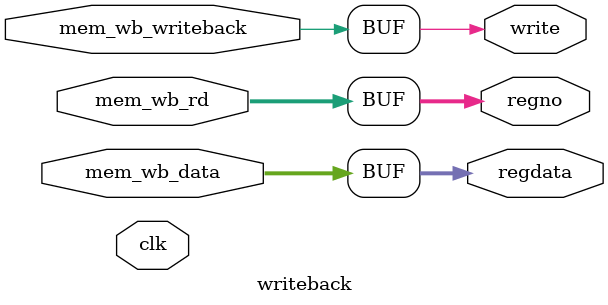
<source format=sv>

/*
 * Module 'writeback'
 *
 * Handles the mem stage of the processor.
 */
module writeback (
    /* CPU General. */
    input clk,

    /* Data from mem stage. */
    input        mem_wb_writeback,  /* Should we write to registers. */
    input [31:0] mem_wb_data,       /* The data to write. */
    input [ 5:0] mem_wb_rd,         /* The register to write to. */

    /* regfile write interface. */
    output wire [31:0] regdata,
    output wire [5:0] regno,
    output wire write
);

  /* Handle register write. */
  assign regno   = mem_wb_rd;
  assign regdata = mem_wb_data;
  assign write   = mem_wb_writeback;

endmodule

</source>
